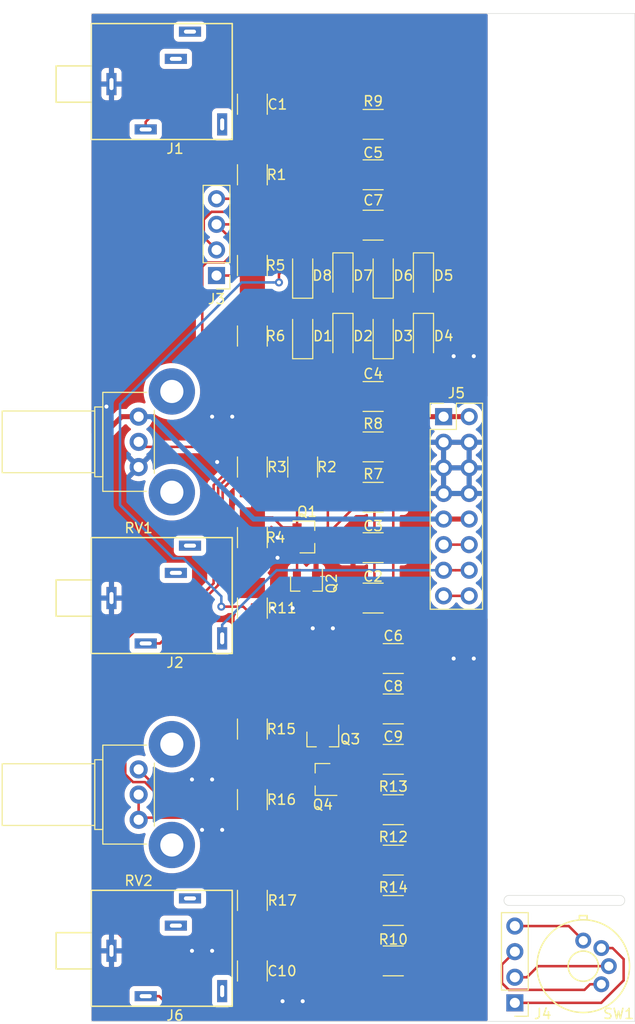
<source format=kicad_pcb>
(kicad_pcb (version 20241229) (generator "pcbnew") (generator_version "9.0")
  (layers (0 "F.Cu" signal) (2 "B.Cu" signal) (13 "F.Paste" user) (15 "B.Paste" user) (5 "F.SilkS" user "F.Silkscreen") (7 "B.SilkS" user "B.Silkscreen") (1 "F.Mask" user) (3 "B.Mask" user) (25 "Edge.Cuts" user))
  (net 0 "")
  (net 1 "Net-(C1-Pad1)")
  (net 2 "Net-(C1-Pad2)")
  (net 3 "Net-(C2-Pad1)")
  (net 4 "GND")
  (net 5 "Net-(C4-Pad1)")
  (net 6 "Net-(C4-Pad2)")
  (net 7 "Net-(C5-Pad1)")
  (net 8 "Net-(C5-Pad2)")
  (net 9 "Net-(C6-Pad1)")
  (net 10 "Net-(C7-Pad1)")
  (net 11 "Net-(C8-Pad1)")
  (net 12 "Net-(C10-Pad2)")
  (net 13 "Net-(C10-Pad1)")
  (net 14 "Net-(D1-Pad2)")
  (net 15 "Net-(D1-Pad1)")
  (net 16 "Net-(D3-Pad2)")
  (net 17 "Net-(D5-Pad2)")
  (net 18 "Net-(D7-Pad2)")
  (net 19 "Net-(D8-Pad2)")
  (net 20 "Net-(J1-Pad2)")
  (net 21 "Net-(J2-Pad2)")
  (net 22 "Net-(J2-Pad3)")
  (net 23 "Net-(J3-Pad1)")
  (net 24 "Net-(J3-Pad4)")
  (net 25 "Net-(J4-Pad4)")
  (net 26 "Net-(J4-Pad3)")
  (net 27 "Net-(J4-Pad2)")
  (net 28 "Net-(J4-Pad1)")
  (net 29 "Net-(J5-Pad15)")
  (net 30 "Net-(J5-Pad11)")
  (net 31 "Net-(J5-Pad10)")
  (net 32 "Net-(J5-Pad1)")
  (net 33 "Net-(J6-Pad2)")
  (net 34 "Net-(Q1-Pad2)")
  (net 35 "Net-(Q1-Pad1)")
  (net 36 "Net-(Q3-Pad2)")
  (net 37 "Net-(Q3-Pad3)")
  (net 38 "Net-(R3-Pad2)")
  (net 39 "Net-(R12-Pad2)")
  (net 40 "Net-(R16-Pad1)")
  (footprint "Capacitors_SMD:C_1210_HandSoldering" (layer "F.Cu") (at 16 9 90)
    (property "Reference" "C1")
    (property "Value" "10uF")
  )
  (footprint "Capacitors_SMD:C_1210_HandSoldering" (layer "F.Cu") (at 28 58 180)
    (property "Reference" "C2")
    (property "Value" "100uF")
  )
  (footprint "Capacitors_SMD:C_1210_HandSoldering" (layer "F.Cu") (at 28 53 180)
    (property "Reference" "C3")
    (property "Value" "100uF")
  )
  (footprint "Capacitors_SMD:C_1210_HandSoldering" (layer "F.Cu") (at 28 38)
    (property "Reference" "C4")
    (property "Value" "0.47uF")
  )
  (footprint "Capacitors_SMD:C_1210_HandSoldering" (layer "F.Cu") (at 28 16 180)
    (property "Reference" "C5")
    (property "Value" "0.47uF")
  )
  (footprint "Capacitors_SMD:C_1210_HandSoldering" (layer "F.Cu") (at 30 64)
    (property "Reference" "C6")
    (property "Value" "0.1uF")
  )
  (footprint "Capacitors_SMD:C_1210_HandSoldering" (layer "F.Cu") (at 30 69)
    (property "Reference" "C8")
    (property "Value" "100uF")
  )
  (footprint "Capacitors_SMD:C_1210_HandSoldering" (layer "F.Cu") (at 30 74)
    (property "Reference" "C9")
    (property "Value" "100uF")
  )
  (footprint "Capacitors_SMD:C_1210_HandSoldering" (layer "F.Cu") (at 16 95 90)
    (property "Reference" "C10")
    (property "Value" "10uF")
  )
  (footprint "Diodes_SMD:D_SOD-123" (layer "F.Cu") (at 21 32 90)
    (property "Reference" "D1")
    (property "Value" "1N4148W")
  )
  (footprint "Diodes_SMD:D_SOD-123" (layer "F.Cu") (at 25 32 -90)
    (property "Reference" "D2")
    (property "Value" "1N4148W")
  )
  (footprint "Diodes_SMD:D_SOD-123" (layer "F.Cu") (at 29 32 90)
    (property "Reference" "D3")
    (property "Value" "1N4148W")
  )
  (footprint "Diodes_SMD:D_SOD-123" (layer "F.Cu") (at 33 32 -90)
    (property "Reference" "D4")
    (property "Value" "1N4148W")
  )
  (footprint "Diodes_SMD:D_SOD-123" (layer "F.Cu") (at 33 26 -90)
    (property "Reference" "D5")
    (property "Value" "1N4148W")
  )
  (footprint "Diodes_SMD:D_SOD-123" (layer "F.Cu") (at 29 26 90)
    (property "Reference" "D6")
    (property "Value" "1N4148W")
  )
  (footprint "Diodes_SMD:D_SOD-123" (layer "F.Cu") (at 25 26 -90)
    (property "Reference" "D7")
    (property "Value" "1N4148W")
  )
  (footprint "Diodes_SMD:D_SOD-123" (layer "F.Cu") (at 21 26 90)
    (property "Reference" "D8")
    (property "Value" "1N4148W")
  )
  (footprint "Custom_Library:Mono_Jack_3.5mm_Switch_Switchcraft_35RAPC2AH3" (layer "F.Cu") (at 0 7)
    (property "Reference" "J1")
    (property "Value" "AudioJack1_Switch")
  )
  (footprint "Custom_Library:Mono_Jack_3.5mm_Switch_Switchcraft_35RAPC2AH3" (layer "F.Cu") (at 0 58)
    (property "Reference" "J2")
    (property "Value" "AudioJack1_Switch")
  )
  (footprint "Pin_Headers:Pin_Header_Straight_1x04_Pitch2.54mm" (layer "F.Cu") (at 12.44 26 180)
    (property "Reference" "J3")
    (property "Value" "Conn_01x04")
  )
  (footprint "Pin_Headers:Pin_Header_Straight_1x04_Pitch2.54mm" (layer "F.Cu") (at 42.08018 98.16338 180)
    (property "Reference" "J4")
    (property "Value" "Conn_01x04")
  )
  (footprint "Pin_Headers:Pin_Header_Straight_2x08_Pitch2.54mm" (layer "F.Cu") (at 35 40)
    (property "Reference" "J5")
    (property "Value" "Conn_02x08_Odd_Even")
  )
  (footprint "Custom_Library:Mono_Jack_3.5mm_Switch_Switchcraft_35RAPC2AH3" (layer "F.Cu") (at 0 93)
    (property "Reference" "J6")
    (property "Value" "AudioJack1_Switch")
  )
  (footprint "TO_SOT_Packages_SMD:SOT-23" (layer "F.Cu") (at 21.44014 51.93538)
    (property "Reference" "Q1")
    (property "Value" "BC818")
  )
  (footprint "TO_SOT_Packages_SMD:SOT-23" (layer "F.Cu") (at 21.37664 56.5531 -90)
    (property "Reference" "Q2")
    (property "Value" "BC818")
  )
  (footprint "TO_SOT_Packages_SMD:SOT-23" (layer "F.Cu") (at 23 72 -90)
    (property "Reference" "Q3")
    (property "Value" "BC818")
  )
  (footprint "TO_SOT_Packages_SMD:SOT-23" (layer "F.Cu") (at 23 76 180)
    (property "Reference" "Q4")
    (property "Value" "BC818")
  )
  (footprint "Resistors_SMD:R_1210_HandSoldering" (layer "F.Cu") (at 21 45 90)
    (property "Reference" "R2")
    (property "Value" "47K")
  )
  (footprint "Resistors_SMD:R_1210_HandSoldering" (layer "F.Cu") (at 16 45 90)
    (property "Reference" "R3")
    (property "Value" "47K")
  )
  (footprint "Resistors_SMD:R_1210_HandSoldering" (layer "F.Cu") (at 16 52 -90)
    (property "Reference" "R4")
    (property "Value" "1K")
  )
  (footprint "Resistors_SMD:R_1210_HandSoldering" (layer "F.Cu") (at 16 25 -90)
    (property "Reference" "R5")
    (property "Value" "1K")
  )
  (footprint "Resistors_SMD:R_1210_HandSoldering" (layer "F.Cu") (at 16 32 -90)
    (property "Reference" "R6")
    (property "Value" "2K")
  )
  (footprint "Resistors_SMD:R_1210_HandSoldering" (layer "F.Cu") (at 28 48)
    (property "Reference" "R7")
    (property "Value" "5.6K")
  )
  (footprint "Resistors_SMD:R_1210_HandSoldering" (layer "F.Cu") (at 28 43)
    (property "Reference" "R8")
    (property "Value" "82")
  )
  (footprint "Resistors_SMD:R_1210_HandSoldering" (layer "F.Cu") (at 28 11)
    (property "Reference" "R9")
    (property "Value" "1K")
  )
  (footprint "Resistors_SMD:R_1210_HandSoldering" (layer "F.Cu") (at 30 94 180)
    (property "Reference" "R10")
    (property "Value" "360")
  )
  (footprint "Resistors_SMD:R_1210_HandSoldering" (layer "F.Cu") (at 16 59 -90)
    (property "Reference" "R11")
    (property "Value" "2K")
  )
  (footprint "Resistors_SMD:R_1210_HandSoldering" (layer "F.Cu") (at 30 84)
    (property "Reference" "R12")
    (property "Value" "82K")
  )
  (footprint "Resistors_SMD:R_1210_HandSoldering" (layer "F.Cu") (at 30 79)
    (property "Reference" "R13")
    (property "Value" "1K")
  )
  (footprint "Resistors_SMD:R_1210_HandSoldering" (layer "F.Cu") (at 30 89)
    (property "Reference" "R14")
    (property "Value" "3.3M")
  )
  (footprint "Resistors_SMD:R_1210_HandSoldering" (layer "F.Cu") (at 16 71 90)
    (property "Reference" "R15")
    (property "Value" "2K")
  )
  (footprint "Resistors_SMD:R_1210_HandSoldering" (layer "F.Cu") (at 16 78 90)
    (property "Reference" "R16")
    (property "Value" "1.8K")
  )
  (footprint "Resistors_SMD:R_1210_HandSoldering" (layer "F.Cu") (at 16 88 90)
    (property "Reference" "R17")
    (property "Value" "1K")
  )
  (footprint "Potentiometers:Potentiometer_Bourns_PTV09A-2_Vertical" (layer "F.Cu") (at 4.7 40 180)
    (property "Reference" "RV1")
    (property "Value" "1K")
  )
  (footprint "Potentiometers:Potentiometer_Bourns_PTV09A-2_Vertical" (layer "F.Cu") (at 4.7 75 180)
    (property "Reference" "RV2")
    (property "Value" "1K")
  )
  (footprint "Custom_Library:MR-13-A4" (layer "F.Cu") (at 48.87722 94.52356)
    (property "Reference" "SW1")
    (property "Value" "MR-13-A4")
  )
  (footprint "Resistors_SMD:R_1210_HandSoldering" (layer "F.Cu") (at 16 16 90)
    (property "Reference" "R1")
    (property "Value" "47K")
  )
  (footprint "Capacitors_SMD:C_1210_HandSoldering" (layer "F.Cu") (at 28 21 180)
    (property "Reference" "C7")
    (property "Value" "0.47uF")
  )
  (gr_line (start 0 100) (end 54 100) (stroke (width 0.05)) (layer "Edge.Cuts"))
  (gr_line (start 41.5 88.5) (end 52.5 88.5) (stroke (width 0.05)) (layer "Edge.Cuts"))
  (gr_line (start 0 0) (end 54 0) (stroke (width 0.05)) (layer "Edge.Cuts"))
  (gr_line (start 54 0) (end 54 100) (stroke (width 0.05)) (layer "Edge.Cuts"))
  (gr_line (start 0 0) (end 0 100) (stroke (width 0.05)) (layer "Edge.Cuts"))
  (gr_arc (start 52.504363 87.500019) (mid 52.999995 88.002182) (end 52.5 88.5) (stroke (width 0.05)) (layer "Edge.Cuts"))
  (gr_line (start 52.5 87.5) (end 41.5 87.5) (stroke (width 0.05)) (layer "Edge.Cuts"))
  (gr_arc (start 41.5 88.5) (mid 41 88) (end 41.5 87.5) (stroke (width 0.05)) (layer "Edge.Cuts"))
  (segment (start 16 14) (end 16 11) (width 0.25) (layer "F.Cu") (net 1))
  (segment (start 5.4 10.75) (end 9.15 7) (width 0.25) (layer "F.Cu") (net 2))
  (segment (start 5.4 11.5) (end 5.4 10.75) (width 0.25) (layer "F.Cu") (net 2))
  (segment (start 9.15 7) (end 14.5 7) (width 0.25) (layer "F.Cu") (net 2))
  (segment (start 14.5 7) (end 16 7) (width 0.25) (layer "F.Cu") (net 2))
  (segment (start 30 53) (end 30 58) (width 0.25) (layer "F.Cu") (net 3))
  (segment (start 30 43) (end 30 48) (width 0.25) (layer "F.Cu") (net 3))
  (segment (start 30 48) (end 30 53) (width 0.25) (layer "F.Cu") (net 3))
  (via (at 19 98) (size 0.8) (drill 0.4) (layers "F.Cu" "B.Cu") (net 4))
  (via (at 1.5 39) (size 0.8) (drill 0.4) (layers "F.Cu" "B.Cu") (net 4))
  (via (at 11 81) (size 0.8) (drill 0.4) (layers "F.Cu" "B.Cu") (net 4))
  (via (at 10 93) (size 0.8) (drill 0.4) (layers "F.Cu" "B.Cu") (net 4))
  (via (at 12 40) (size 0.8) (drill 0.4) (layers "F.Cu" "B.Cu") (net 4))
  (via (at 24 61) (size 0.8) (drill 0.4) (layers "F.Cu" "B.Cu") (net 4))
  (via (at 18 59) (size 0.8) (drill 0.4) (layers "F.Cu" "B.Cu") (net 4))
  (via (at 18.5 52) (size 0.8) (drill 0.4) (layers "F.Cu" "B.Cu") (net 4))
  (via (at 38 64) (size 0.8) (drill 0.4) (layers "F.Cu" "B.Cu") (net 4))
  (via (at 36 34) (size 0.8) (drill 0.4) (layers "F.Cu" "B.Cu") (net 4))
  (via (at 22 61) (size 0.8) (drill 0.4) (layers "F.Cu" "B.Cu") (net 4))
  (via (at 36 64) (size 0.8) (drill 0.4) (layers "F.Cu" "B.Cu") (net 4))
  (via (at 21 98) (size 0.8) (drill 0.4) (layers "F.Cu" "B.Cu") (net 4))
  (via (at 10 76) (size 0.8) (drill 0.4) (layers "F.Cu" "B.Cu") (net 4))
  (via (at 14 40) (size 0.8) (drill 0.4) (layers "F.Cu" "B.Cu") (net 4))
  (via (at 18.5 54) (size 0.8) (drill 0.4) (layers "F.Cu" "B.Cu") (net 4))
  (via (at 13 81) (size 0.8) (drill 0.4) (layers "F.Cu" "B.Cu") (net 4))
  (via (at 12 76) (size 0.8) (drill 0.4) (layers "F.Cu" "B.Cu") (net 4))
  (via (at 12.5 44.5) (size 0.8) (drill 0.4) (layers "F.Cu" "B.Cu") (net 4))
  (via (at 12 93) (size 0.8) (drill 0.4) (layers "F.Cu" "B.Cu") (net 4))
  (via (at 20 59) (size 0.8) (drill 0.4) (layers "F.Cu" "B.Cu") (net 4))
  (via (at 38 34) (size 0.8) (drill 0.4) (layers "F.Cu" "B.Cu") (net 4))
  (segment (start 25 33.65) (end 25 37) (width 0.25) (layer "F.Cu") (net 5))
  (segment (start 25 33.65) (end 25.85 33.65) (width 0.25) (layer "F.Cu") (net 5))
  (segment (start 25.85 33.65) (end 29 33.65) (width 0.25) (layer "F.Cu") (net 5))
  (segment (start 25 37) (end 26 38) (width 0.25) (layer "F.Cu") (net 5))
  (segment (start 27.071321 30.973891) (end 28.177199 32.079769) (width 0.25) (layer "F.Cu") (net 6))
  (segment (start 13.82014 24.08428) (end 13.82014 22.30014) (width 0.25) (layer "F.Cu") (net 6))
  (segment (start 25.92 20.92) (end 26 21) (width 0.25) (layer "F.Cu") (net 6))
  (segment (start 11.4427 24.70912) (end 13.1953 24.70912) (width 0.25) (layer "F.Cu") (net 6))
  (segment (start 30.861 35.64128) (end 30.85872 35.64128) (width 0.25) (layer "F.Cu") (net 6))
  (segment (start 12.44 20.92) (end 25.92 20.92) (width 0.25) (layer "F.Cu") (net 6))
  (segment (start 23.141942 22.608058) (end 23.141942 25.031702) (width 0.25) (layer "F.Cu") (net 6))
  (segment (start 16 86) (end 17.5 86) (width 0.25) (layer "F.Cu") (net 6))
  (segment (start 24.292129 26.181889) (end 26.5008 26.181889) (width 0.25) (layer "F.Cu") (net 6))
  (segment (start 3.37312 75.486122) (end 3.37312 62.22492) (width 0.25) (layer "F.Cu") (net 6))
  (segment (start 19.21807 78.50167) (end 7.56467 78.50167) (width 0.25) (layer "F.Cu") (net 6))
  (segment (start 7.44728 61.23686) (end 12.150498 56.533642) (width 0.25) (layer "F.Cu") (net 6))
  (segment (start 3.37312 62.22492) (end 4.36118 61.23686) (width 0.25) (layer "F.Cu") (net 6))
  (segment (start 30.34636 32.079769) (end 30.93466 32.668069) (width 0.25) (layer "F.Cu") (net 6))
  (segment (start 30.93466 32.668069) (end 30.93466 35.56762) (width 0.25) (layer "F.Cu") (net 6))
  (segment (start 20.14833 83.35167) (end 20.14833 79.43193) (width 0.25) (layer "F.Cu") (net 6))
  (segment (start 11.0236 25.12822) (end 11.4427 24.70912) (width 0.25) (layer "F.Cu") (net 6))
  (segment (start 7.56467 78.50167) (end 5.32142 76.25842) (width 0.25) (layer "F.Cu") (net 6))
  (segment (start 4.145418 76.25842) (end 3.37312 75.486122) (width 0.25) (layer "F.Cu") (net 6))
  (segment (start 23.141942 25.031702) (end 24.292129 26.181889) (width 0.25) (layer "F.Cu") (net 6))
  (segment (start 20.14833 79.43193) (end 19.21807 78.50167) (width 0.25) (layer "F.Cu") (net 6))
  (segment (start 12.150498 46.79641) (end 14.41098 44.535928) (width 0.25) (layer "F.Cu") (net 6))
  (segment (start 17.327662 44.535928) (end 18.01622 43.84737) (width 0.25) (layer "F.Cu") (net 6))
  (segment (start 14.41098 44.535928) (end 17.327662 44.535928) (width 0.25) (layer "F.Cu") (net 6))
  (segment (start 18.01622 43.84737) (end 18.01622 41.5544) (width 0.25) (layer "F.Cu") (net 6))
  (segment (start 4.36118 61.23686) (end 7.44728 61.23686) (width 0.25) (layer "F.Cu") (net 6))
  (segment (start 13.82014 22.30014) (end 13.289999 21.769999) (width 0.25) (layer "F.Cu") (net 6))
  (segment (start 12.150498 56.533642) (end 12.150498 46.79641) (width 0.25) (layer "F.Cu") (net 6))
  (segment (start 13.289999 21.769999) (end 12.44 20.92) (width 0.25) (layer "F.Cu") (net 6))
  (segment (start 26.5008 26.181889) (end 27.071321 26.75241) (width 0.25) (layer "F.Cu") (net 6))
  (segment (start 24.75 21) (end 23.141942 22.608058) (width 0.25) (layer "F.Cu") (net 6))
  (segment (start 30.85872 35.64128) (end 30 36.5) (width 0.25) (layer "F.Cu") (net 6))
  (segment (start 5.32142 76.25842) (end 4.145418 76.25842) (width 0.25) (layer "F.Cu") (net 6))
  (segment (start 27.071321 26.75241) (end 27.071321 30.973891) (width 0.25) (layer "F.Cu") (net 6))
  (segment (start 13.1953 24.70912) (end 13.82014 24.08428) (width 0.25) (layer "F.Cu") (net 6))
  (segment (start 26 21) (end 24.75 21) (width 0.25) (layer "F.Cu") (net 6))
  (segment (start 30 36.5) (end 30 38) (width 0.25) (layer "F.Cu") (net 6))
  (segment (start 18.01622 41.5544) (end 11.0236 34.56178) (width 0.25) (layer "F.Cu") (net 6))
  (segment (start 28.177199 32.079769) (end 30.34636 32.079769) (width 0.25) (layer "F.Cu") (net 6))
  (segment (start 17.5 86) (end 20.14833 83.35167) (width 0.25) (layer "F.Cu") (net 6))
  (segment (start 30.93466 35.56762) (end 30.861 35.64128) (width 0.25) (layer "F.Cu") (net 6))
  (segment (start 11.0236 34.56178) (end 11.0236 25.12822) (width 0.25) (layer "F.Cu") (net 6))
  (segment (start 33.88114 33.65) (end 39.13378 38.90264) (width 0.25) (layer "F.Cu") (net 7))
  (segment (start 39.13378 38.90264) (end 39.13378 59.11596) (width 0.25) (layer "F.Cu") (net 7))
  (segment (start 33.85 24.35) (end 34.30016 24.80016) (width 0.25) (layer "F.Cu") (net 7))
  (segment (start 33 24.35) (end 33.85 24.35) (width 0.25) (layer "F.Cu") (net 7))
  (segment (start 39.13378 59.11596) (end 34.24974 64) (width 0.25) (layer "F.Cu") (net 7))
  (segment (start 33.87336 33.65) (end 33.85 33.65) (width 0.25) (layer "F.Cu") (net 7))
  (segment (start 32.98698 23.63698) (end 32.98698 17.73698) (width 0.25) (layer "F.Cu") (net 7))
  (segment (start 33.85 33.65) (end 33.88114 33.65) (width 0.25) (layer "F.Cu") (net 7))
  (segment (start 33 24.35) (end 33 23.65) (width 0.25) (layer "F.Cu") (net 7))
  (segment (start 33 23.65) (end 32.98698 23.63698) (width 0.25) (layer "F.Cu") (net 7))
  (segment (start 33.85 33.65) (end 33 33.65) (width 0.25) (layer "F.Cu") (net 7))
  (segment (start 34.30016 24.80016) (end 34.30016 33.2232) (width 0.25) (layer "F.Cu") (net 7))
  (segment (start 34.30016 33.2232) (end 33.87336 33.65) (width 0.25) (layer "F.Cu") (net 7))
  (segment (start 32.98698 17.73698) (end 31.25 16) (width 0.25) (layer "F.Cu") (net 7))
  (segment (start 31.25 16) (end 30 16) (width 0.25) (layer "F.Cu") (net 7))
  (segment (start 34.24974 64) (end 32 64) (width 0.25) (layer "F.Cu") (net 7))
  (segment (start 19.40306 19.67738) (end 23.08044 16) (width 0.25) (layer "F.Cu") (net 8))
  (segment (start 26 12.5) (end 26 16) (width 0.25) (layer "F.Cu") (net 8))
  (segment (start 11.17092 20.450078) (end 11.943618 19.67738) (width 0.25) (layer "F.Cu") (net 8))
  (segment (start 11.17092 22.19092) (end 11.17092 20.450078) (width 0.25) (layer "F.Cu") (net 8))
  (segment (start 26 11) (end 26 12.5) (width 0.25) (layer "F.Cu") (net 8))
  (segment (start 11.943618 19.67738) (end 19.40306 19.67738) (width 0.25) (layer "F.Cu") (net 8))
  (segment (start 23.08044 16) (end 26 16) (width 0.25) (layer "F.Cu") (net 8))
  (segment (start 12.44 23.46) (end 11.17092 22.19092) (width 0.25) (layer "F.Cu") (net 8))
  (segment (start 23.95 71.7) (end 25.5143 73.2643) (width 0.25) (layer "F.Cu") (net 9))
  (segment (start 28 64) (end 26.75 64) (width 0.25) (layer "F.Cu") (net 9))
  (segment (start 25.5143 73.2643) (end 25.5143 87.7643) (width 0.25) (layer "F.Cu") (net 9))
  (segment (start 26.75 89) (end 28 89) (width 0.25) (layer "F.Cu") (net 9))
  (segment (start 26.75 64) (end 23.95 66.8) (width 0.25) (layer "F.Cu") (net 9))
  (segment (start 23.95 66.8) (end 23.95 70.3) (width 0.25) (layer "F.Cu") (net 9))
  (segment (start 23.95 70.3) (end 23.95 71) (width 0.25) (layer "F.Cu") (net 9))
  (segment (start 23.95 71) (end 23.95 71.7) (width 0.25) (layer "F.Cu") (net 9))
  (segment (start 25.5143 87.7643) (end 26.75 89) (width 0.25) (layer "F.Cu") (net 9))
  (segment (start 30 21) (end 30 24.2) (width 0.25) (layer "F.Cu") (net 10))
  (segment (start 29 24.35) (end 25 24.35) (width 0.25) (layer "F.Cu") (net 10))
  (segment (start 30 24.2) (end 29.85 24.35) (width 0.25) (layer "F.Cu") (net 10))
  (segment (start 29.85 24.35) (end 29 24.35) (width 0.25) (layer "F.Cu") (net 10))
  (segment (start 25.21204 45.40504) (end 27.00528 45.40504) (width 0.25) (layer "F.Cu") (net 11))
  (segment (start 26.62131 26.93881) (end 26.62131 31.16029) (width 0.25) (layer "F.Cu") (net 11))
  (segment (start 24.7 75.05) (end 25.06429 75.41429) (width 0.25) (layer "F.Cu") (net 11))
  (segment (start 29.99232 87.49232) (end 29.99232 93.25768) (width 0.25) (layer "F.Cu") (net 11))
  (segment (start 28 84) (end 28 85.5) (width 0.25) (layer "F.Cu") (net 11))
  (segment (start 16 23) (end 22.10084 23) (width 0.25) (layer "F.Cu") (net 11))
  (segment (start 28 82.5) (end 26.2001 80.7001) (width 0.25) (layer "F.Cu") (net 11))
  (segment (start 28.03144 37.133558) (end 28.03144 39.31666) (width 0.25) (layer "F.Cu") (net 11))
  (segment (start 28.03144 39.31666) (end 27.53614 39.81196) (width 0.25) (layer "F.Cu") (net 11))
  (segment (start 24 75.05) (end 24.7 75.05) (width 0.25) (layer "F.Cu") (net 11))
  (segment (start 26.2001 77.6351) (end 28 75.8352) (width 0.25) (layer "F.Cu") (net 11))
  (segment (start 28.12796 61.18098) (end 29.94914 63.00216) (width 0.25) (layer "F.Cu") (net 11))
  (segment (start 26.173038 39.81196) (end 23.94966 42.035338) (width 0.25) (layer "F.Cu") (net 11))
  (segment (start 30.48 34.684998) (end 28.03144 37.133558) (width 0.25) (layer "F.Cu") (net 11))
  (segment (start 29.94914 68.30086) (end 29.25 69) (width 0.25) (layer "F.Cu") (net 11))
  (segment (start 29.25 69) (end 28 69) (width 0.25) (layer "F.Cu") (net 11))
  (segment (start 25.06429 92.31429) (end 26.75 94) (width 0.25) (layer "F.Cu") (net 11))
  (segment (start 30.48 32.84982) (end 30.48 34.684998) (width 0.25) (layer "F.Cu") (net 11))
  (segment (start 29.25 94) (end 28 94) (width 0.25) (layer "F.Cu") (net 11))
  (segment (start 25.06429 75.41429) (end 25.06429 92.31429) (width 0.25) (layer "F.Cu") (net 11))
  (segment (start 23.94966 42.035338) (end 23.94966 44.14266) (width 0.25) (layer "F.Cu") (net 11))
  (segment (start 28 70.5) (end 28 74) (width 0.25) (layer "F.Cu") (net 11))
  (segment (start 27.9908 32.52978) (end 30.15996 32.52978) (width 0.25) (layer "F.Cu") (net 11))
  (segment (start 26.3144 26.6319) (end 26.62131 26.93881) (width 0.25) (layer "F.Cu") (net 11))
  (segment (start 28.12796 46.52772) (end 28.12796 61.18098) (width 0.25) (layer "F.Cu") (net 11))
  (segment (start 28 75.8352) (end 28 74) (width 0.25) (layer "F.Cu") (net 11))
  (segment (start 26.75 94) (end 28 94) (width 0.25) (layer "F.Cu") (net 11))
  (segment (start 24.10573 26.6319) (end 26.3144 26.6319) (width 0.25) (layer "F.Cu") (net 11))
  (segment (start 26.62131 31.16029) (end 27.9908 32.52978) (width 0.25) (layer "F.Cu") (net 11))
  (segment (start 28 69) (end 28 70.5) (width 0.25) (layer "F.Cu") (net 11))
  (segment (start 26.2001 80.7001) (end 26.2001 77.6351) (width 0.25) (layer "F.Cu") (net 11))
  (segment (start 29.94914 63.00216) (end 29.94914 68.30086) (width 0.25) (layer "F.Cu") (net 11))
  (segment (start 28 84) (end 28 82.5) (width 0.25) (layer "F.Cu") (net 11))
  (segment (start 22.10084 23) (end 22.691931 23.591091) (width 0.25) (layer "F.Cu") (net 11))
  (segment (start 22.691931 25.218101) (end 24.10573 26.6319) (width 0.25) (layer "F.Cu") (net 11))
  (segment (start 27.00528 45.40504) (end 28.12796 46.52772) (width 0.25) (layer "F.Cu") (net 11))
  (segment (start 27.53614 39.81196) (end 26.173038 39.81196) (width 0.25) (layer "F.Cu") (net 11))
  (segment (start 28 85.5) (end 29.99232 87.49232) (width 0.25) (layer "F.Cu") (net 11))
  (segment (start 22.691931 23.591091) (end 22.691931 25.218101) (width 0.25) (layer "F.Cu") (net 11))
  (segment (start 23.94966 44.14266) (end 25.21204 45.40504) (width 0.25) (layer "F.Cu") (net 11))
  (segment (start 29.99232 93.25768) (end 29.25 94) (width 0.25) (layer "F.Cu") (net 11))
  (segment (start 30.15996 32.52978) (end 30.48 32.84982) (width 0.25) (layer "F.Cu") (net 11))
  (segment (start 17.5 90) (end 22 85.5) (width 0.25) (layer "F.Cu") (net 12))
  (segment (start 4.7 75) (end 7.74404 78.04404) (width 0.25) (layer "F.Cu") (net 12))
  (segment (start 21.99812 76.00188) (end 22 76) (width 0.25) (layer "F.Cu") (net 12))
  (segment (start 16 90) (end 16 91.25) (width 0.25) (layer "F.Cu") (net 12))
  (segment (start 22 76.65) (end 22 76) (width 0.25) (layer "F.Cu") (net 12))
  (segment (start 16 90) (end 17.5 90) (width 0.25) (layer "F.Cu") (net 12))
  (segment (start 16 91.25) (end 16 93) (width 0.25) (layer "F.Cu") (net 12))
  (segment (start 21.26742 76.00188) (end 21.99812 76.00188) (width 0.25) (layer "F.Cu") (net 12))
  (segment (start 22 85.5) (end 22 76.65) (width 0.25) (layer "F.Cu") (net 12))
  (segment (start 19.22526 78.04404) (end 21.26742 76.00188) (width 0.25) (layer "F.Cu") (net 12))
  (segment (start 7.74404 78.04404) (end 19.22526 78.04404) (width 0.25) (layer "F.Cu") (net 12))
  (segment (start 5.4 97.5) (end 6.75 97.5) (width 0.25) (layer "F.Cu") (net 13))
  (segment (start 8.21856 98.96856) (end 15.28144 98.96856) (width 0.25) (layer "F.Cu") (net 13))
  (segment (start 6.75 97.5) (end 8.21856 98.96856) (width 0.25) (layer "F.Cu") (net 13))
  (segment (start 16 98.25) (end 16 97) (width 0.25) (layer "F.Cu") (net 13))
  (segment (start 15.28144 98.96856) (end 16 98.25) (width 0.25) (layer "F.Cu") (net 13))
  (segment (start 21 30.35) (end 25 30.35) (width 0.25) (layer "F.Cu") (net 14))
  (segment (start 22.49014 51.93538) (end 22.44014 51.93538) (width 0.25) (layer "F.Cu") (net 15))
  (segment (start 23.50008 35.30008) (end 23.50008 41.848507) (width 0.25) (layer "F.Cu") (net 15))
  (segment (start 16.35 33.65) (end 16 34) (width 0.25) (layer "F.Cu") (net 15))
  (segment (start 23.50008 44.329491) (end 23.50008 50.92544) (width 0.25) (layer "F.Cu") (net 15))
  (segment (start 23.499649 44.32906) (end 23.50008 44.329491) (width 0.25) (layer "F.Cu") (net 15))
  (segment (start 23.50008 41.848507) (end 23.499649 41.848938) (width 0.25) (layer "F.Cu") (net 15))
  (segment (start 21 33.65) (end 16.35 33.65) (width 0.25) (layer "F.Cu") (net 15))
  (segment (start 23.50008 50.92544) (end 22.49014 51.93538) (width 0.25) (layer "F.Cu") (net 15))
  (segment (start 21 33.65) (end 21.85 33.65) (width 0.25) (layer "F.Cu") (net 15))
  (segment (start 21.85 33.65) (end 23.50008 35.30008) (width 0.25) (layer "F.Cu") (net 15))
  (segment (start 23.499649 41.848938) (end 23.499649 44.32906) (width 0.25) (layer "F.Cu") (net 15))
  (segment (start 29 30.35) (end 29.85 30.35) (width 0.25) (layer "F.Cu") (net 16))
  (segment (start 29.85 30.35) (end 33 30.35) (width 0.25) (layer "F.Cu") (net 16))
  (segment (start 29 27.65) (end 33 27.65) (width 0.25) (layer "F.Cu") (net 17))
  (segment (start 21.85 27.65) (end 25 27.65) (width 0.25) (layer "F.Cu") (net 18))
  (segment (start 21 27.65) (end 21.85 27.65) (width 0.25) (layer "F.Cu") (net 18))
  (segment (start 20.15 24.35) (end 18.64106 25.85894) (width 0.25) (layer "F.Cu") (net 19))
  (segment (start 21.37664 57.5531) (end 21.37664 59.25312) (width 0.25) (layer "F.Cu") (net 19))
  (segment (start 18.64106 25.85894) (end 18.64106 26.68016) (width 0.25) (layer "F.Cu") (net 19))
  (segment (start 12.9159 58.8518) (end 15.1018 58.8518) (width 0.25) (layer "F.Cu") (net 19))
  (segment (start 21 24.35) (end 20.15 24.35) (width 0.25) (layer "F.Cu") (net 19))
  (segment (start 15.1018 58.8518) (end 16 59.75) (width 0.25) (layer "F.Cu") (net 19))
  (segment (start 16 59.75) (end 16 61) (width 0.25) (layer "F.Cu") (net 19))
  (segment (start 19.62976 61) (end 16 61) (width 0.25) (layer "F.Cu") (net 19))
  (segment (start 21.37664 59.25312) (end 19.62976 61) (width 0.25) (layer "F.Cu") (net 19))
  (via (at 12.9159 58.8518) (size 0.8) (drill 0.4) (layers "F.Cu" "B.Cu") (net 19))
  (via (at 18.64106 26.68016) (size 0.8) (drill 0.4) (layers "F.Cu" "B.Cu") (net 19))
  (segment (start 8.13308 54.04866) (end 2.84988 48.76546) (width 0.25) (layer "B.Cu") (net 19))
  (segment (start 14.934838 26.68016) (end 18.075375 26.68016) (width 0.25) (layer "B.Cu") (net 19))
  (segment (start 2.84988 48.76546) (end 2.84988 38.765118) (width 0.25) (layer "B.Cu") (net 19))
  (segment (start 18.075375 26.68016) (end 18.64106 26.68016) (width 0.25) (layer "B.Cu") (net 19))
  (segment (start 12.9159 57.830898) (end 9.133662 54.04866) (width 0.25) (layer "B.Cu") (net 19))
  (segment (start 9.133662 54.04866) (end 8.13308 54.04866) (width 0.25) (layer "B.Cu") (net 19))
  (segment (start 2.84988 38.765118) (end 14.934838 26.68016) (width 0.25) (layer "B.Cu") (net 19))
  (segment (start 12.9159 58.8518) (end 12.9159 57.830898) (width 0.25) (layer "B.Cu") (net 19))
  (segment (start 35 55.24) (end 36.202081 55.24) (width 0.25) (layer "F.Cu") (net 21))
  (segment (start 36.202081 55.24) (end 37.54 55.24) (width 0.25) (layer "F.Cu") (net 21))
  (segment (start 13 60.65) (end 18.41 55.24) (width 0.25) (layer "B.Cu") (net 21))
  (segment (start 13 62) (end 13 60.65) (width 0.25) (layer "B.Cu") (net 21))
  (segment (start 18.41 55.24) (end 35 55.24) (width 0.25) (layer "B.Cu") (net 21))
  (segment (start 20.264061 44.985939) (end 14.59738 44.985939) (width 0.25) (layer "F.Cu") (net 22))
  (segment (start 14.59738 44.985939) (end 12.600509 46.98281) (width 0.25) (layer "F.Cu") (net 22))
  (segment (start 21 44.25) (end 20.264061 44.985939) (width 0.25) (layer "F.Cu") (net 22))
  (segment (start 12.600509 56.720042) (end 6.820551 62.5) (width 0.25) (layer "F.Cu") (net 22))
  (segment (start 6.820551 62.5) (end 6.75 62.5) (width 0.25) (layer "F.Cu") (net 22))
  (segment (start 6.75 62.5) (end 5.4 62.5) (width 0.25) (layer "F.Cu") (net 22))
  (segment (start 12.600509 46.98281) (end 12.600509 56.720042) (width 0.25) (layer "F.Cu") (net 22))
  (segment (start 21 43) (end 21 44.25) (width 0.25) (layer "F.Cu") (net 22))
  (segment (start 23.04796 44.20362) (end 23.04796 36.96208) (width 0.25) (layer "F.Cu") (net 23))
  (segment (start 16 28.25) (end 16 30) (width 0.25) (layer "F.Cu") (net 23))
  (segment (start 23.04796 36.96208) (end 22.0726 35.98672) (width 0.25) (layer "F.Cu") (net 23))
  (segment (start 16 57) (end 14.5 57) (width 0.25) (layer "F.Cu") (net 23))
  (segment (start 15 26) (end 16 27) (width 0.25) (layer "F.Cu") (net 23))
  (segment (start 16 27) (end 16 28.25) (width 0.25) (layer "F.Cu") (net 23))
  (segment (start 13.05052 55.55052) (end 13.05052 47.16921) (width 0.25) (layer "F.Cu") (net 23))
  (segment (start 14.5 57) (end 13.05052 55.55052) (width 0.25) (layer "F.Cu") (net 23))
  (segment (start 14.78378 45.43595) (end 21.81563 45.43595) (width 0.25) (layer "F.Cu") (net 23))
  (segment (start 13.97762 35.28822) (end 13.97762 30.52238) (width 0.25) (layer "F.Cu") (net 23))
  (segment (start 13.05052 47.16921) (end 14.78378 45.43595) (width 0.25) (layer "F.Cu") (net 23))
  (segment (start 14.5 30) (end 16 30) (width 0.25) (layer "F.Cu") (net 23))
  (segment (start 14.67612 35.98672) (end 13.97762 35.28822) (width 0.25) (layer "F.Cu") (net 23))
  (segment (start 13.97762 30.52238) (end 14.5 30) (width 0.25) (layer "F.Cu") (net 23))
  (segment (start 12.44 26) (end 15 26) (width 0.25) (layer "F.Cu") (net 23))
  (segment (start 22.0726 35.98672) (end 14.67612 35.98672) (width 0.25) (layer "F.Cu") (net 23))
  (segment (start 21.81563 45.43595) (end 23.04796 44.20362) (width 0.25) (layer "F.Cu") (net 23))
  (segment (start 12.44 18.38) (end 15.62 18.38) (width 0.25) (layer "F.Cu") (net 24))
  (segment (start 15.62 18.38) (end 16 18) (width 0.25) (layer "F.Cu") (net 24))
  (segment (start 42.08018 90.54338) (end 47.43704 90.54338) (width 0.25) (layer "F.Cu") (net 25))
  (segment (start 47.43704 90.54338) (end 48.87722 91.98356) (width 0.25) (layer "F.Cu") (net 25))
  (segment (start 40.80256 96.19996) (end 41.4782 96.8756) (width 0.25) (layer "F.Cu") (net 26))
  (segment (start 41.4782 96.8756) (end 49.000152 96.8756) (width 0.25) (layer "F.Cu") (net 26))
  (segment (start 42.08018 93.08338) (end 40.80256 94.361) (width 0.25) (layer "F.Cu") (net 26))
  (segment (start 49.000152 96.8756) (end 49.556092 96.31966) (width 0.25) (layer "F.Cu") (net 26))
  (segment (start 49.556092 96.31966) (end 50.67332 96.31966) (width 0.25) (layer "F.Cu") (net 26))
  (segment (start 40.80256 94.361) (end 40.80256 96.19996) (width 0.25) (layer "F.Cu") (net 26))
  (segment (start 50.299992 94.52356) (end 51.41722 94.52356) (width 0.25) (layer "F.Cu") (net 27))
  (segment (start 43.282261 95.62338) (end 44.382081 94.52356) (width 0.25) (layer "F.Cu") (net 27))
  (segment (start 44.382081 94.52356) (end 50.299992 94.52356) (width 0.25) (layer "F.Cu") (net 27))
  (segment (start 42.08018 95.62338) (end 43.282261 95.62338) (width 0.25) (layer "F.Cu") (net 27))
  (segment (start 51.790548 92.72746) (end 50.67332 92.72746) (width 0.25) (layer "F.Cu") (net 28))
  (segment (start 52.89042 95.93326) (end 52.89042 93.827332) (width 0.25) (layer "F.Cu") (net 28))
  (segment (start 42.08018 98.16338) (end 50.6603 98.16338) (width 0.25) (layer "F.Cu") (net 28))
  (segment (start 50.6603 98.16338) (end 52.89042 95.93326) (width 0.25) (layer "F.Cu") (net 28))
  (segment (start 52.89042 93.827332) (end 51.790548 92.72746) (width 0.25) (layer "F.Cu") (net 28))
  (segment (start 37.54 57.78) (end 36.337919 57.78) (width 0.25) (layer "F.Cu") (net 29))
  (segment (start 36.337919 57.78) (end 35 57.78) (width 0.25) (layer "F.Cu") (net 29))
  (segment (start 36.337919 52.7) (end 35 52.7) (width 0.25) (layer "F.Cu") (net 30))
  (segment (start 37.54 52.7) (end 36.337919 52.7) (width 0.25) (layer "F.Cu") (net 30))
  (segment (start 6.613942 95.02394) (end 0.66294 89.072938) (width 0.5) (layer "F.Cu") (net 31))
  (segment (start 31.65164 96.09836) (end 18.338362 96.09836) (width 0.5) (layer "F.Cu") (net 31))
  (segment (start 17.263942 95.02394) (end 6.613942 95.02394) (width 0.5) (layer "F.Cu") (net 31))
  (segment (start 3.01236 40) (end 4.7 40) (width 0.5) (layer "F.Cu") (net 31))
  (segment (start 0.66294 89.072938) (end 0.66294 42.34942) (width 0.5) (layer "F.Cu") (net 31))
  (segment (start 35 50.16) (end 37.54 50.16) (width 0.5) (layer "F.Cu") (net 31))
  (segment (start 18.338362 96.09836) (end 17.263942 95.02394) (width 0.5) (layer "F.Cu") (net 31))
  (segment (start 0.66294 42.34942) (end 3.01236 40) (width 0.5) (layer "F.Cu") (net 31))
  (segment (start 32 95.75) (end 31.65164 96.09836) (width 0.5) (layer "F.Cu") (net 31))
  (segment (start 32 94) (end 32 95.75) (width 0.5) (layer "F.Cu") (net 31))
  (segment (start 33.797919 50.16) (end 35 50.16) (width 0.5) (layer "B.Cu") (net 31))
  (segment (start 5.972792 40) (end 16.132792 50.16) (width 0.5) (layer "B.Cu") (net 31))
  (segment (start 4.7 40) (end 5.972792 40) (width 0.5) (layer "B.Cu") (net 31))
  (segment (start 16.132792 50.16) (end 33.797919 50.16) (width 0.5) (layer "B.Cu") (net 31))
  (segment (start 31.94304 40.513) (end 32.45604 40) (width 0.5) (layer "F.Cu") (net 32))
  (segment (start 26 43) (end 26 41.25) (width 0.5) (layer "F.Cu") (net 32))
  (segment (start 26 41.25) (end 26.737 40.513) (width 0.5) (layer "F.Cu") (net 32))
  (segment (start 35 40) (end 37.54 40) (width 0.5) (layer "F.Cu") (net 32))
  (segment (start 32.45604 40) (end 35 40) (width 0.5) (layer "F.Cu") (net 32))
  (segment (start 26.737 40.513) (end 31.94304 40.513) (width 0.5) (layer "F.Cu") (net 32))
  (segment (start 20.44014 52.88538) (end 20.44014 55.5396) (width 0.25) (layer "F.Cu") (net 34))
  (segment (start 20.44014 55.5396) (end 20.42664 55.5531) (width 0.25) (layer "F.Cu") (net 34))
  (segment (start 26 49.11288) (end 26 48) (width 0.25) (layer "F.Cu") (net 34))
  (segment (start 23.56612 52.31384) (end 23.56612 51.54676) (width 0.25) (layer "F.Cu") (net 34))
  (segment (start 22.23008 52.8828) (end 22.23262 52.88026) (width 0.25) (layer "F.Cu") (net 34))
  (segment (start 21.14272 52.8828) (end 22.23008 52.8828) (width 0.25) (layer "F.Cu") (net 34))
  (segment (start 20.44014 52.88538) (end 21.14014 52.88538) (width 0.25) (layer "F.Cu") (net 34))
  (segment (start 23.56612 51.54676) (end 26 49.11288) (width 0.25) (layer "F.Cu") (net 34))
  (segment (start 21.14014 52.88538) (end 21.14272 52.8828) (width 0.25) (layer "F.Cu") (net 34))
  (segment (start 22.9997 52.88026) (end 23.56612 52.31384) (width 0.25) (layer "F.Cu") (net 34))
  (segment (start 22.23262 52.88026) (end 22.9997 52.88026) (width 0.25) (layer "F.Cu") (net 34))
  (segment (start 20.44014 50.98538) (end 20.44014 47.55986) (width 0.25) (layer "F.Cu") (net 35))
  (segment (start 19.00424 50.98538) (end 20.44014 50.98538) (width 0.25) (layer "F.Cu") (net 35))
  (segment (start 16 47) (end 16 48.25) (width 0.25) (layer "F.Cu") (net 35))
  (segment (start 18.01886 50) (end 19.00424 50.98538) (width 0.25) (layer "F.Cu") (net 35))
  (segment (start 16 48.25) (end 16 50) (width 0.25) (layer "F.Cu") (net 35))
  (segment (start 20.44014 47.55986) (end 21 47) (width 0.25) (layer "F.Cu") (net 35))
  (segment (start 16 50) (end 18.01886 50) (width 0.25) (layer "F.Cu") (net 35))
  (segment (start 22.05 71) (end 16.75 71) (width 0.25) (layer "F.Cu") (net 36))
  (segment (start 16 71.75) (end 16 73) (width 0.25) (layer "F.Cu") (net 36))
  (segment (start 16 76) (end 16 74.75) (width 0.25) (layer "F.Cu") (net 36))
  (segment (start 16.75 71) (end 16 71.75) (width 0.25) (layer "F.Cu") (net 36))
  (segment (start 16 74.75) (end 16 73) (width 0.25) (layer "F.Cu") (net 36))
  (segment (start 23.00986 73.00986) (end 23.00986 76.65986) (width 0.25) (layer "F.Cu") (net 37))
  (segment (start 23.00986 76.65986) (end 23.3 76.95) (width 0.25) (layer "F.Cu") (net 37))
  (segment (start 23.3 76.95) (end 24 76.95) (width 0.25) (layer "F.Cu") (net 37))
  (segment (start 23 73) (end 23.00986 73.00986) (width 0.25) (layer "F.Cu") (net 37))
  (segment (start 16 43) (end 5.2 43) (width 0.25) (layer "F.Cu") (net 38))
  (segment (start 5.2 43) (end 4.7 42.5) (width 0.25) (layer "F.Cu") (net 38))
  (segment (start 28 80.85232) (end 28.54452 81.39684) (width 0.25) (layer "F.Cu") (net 39))
  (segment (start 28.54452 81.39684) (end 31.53664 81.39684) (width 0.25) (layer "F.Cu") (net 39))
  (segment (start 32 84) (end 32 89) (width 0.25) (layer "F.Cu") (net 39))
  (segment (start 32 81.8602) (end 32 84) (width 0.25) (layer "F.Cu") (net 39))
  (segment (start 31.53664 81.39684) (end 32 81.8602) (width 0.25) (layer "F.Cu") (net 39))
  (segment (start 28 79) (end 28 80.85232) (width 0.25) (layer "F.Cu") (net 39))
  (segment (start 4.7 80) (end 4.90844 79.79156) (width 0.25) (layer "F.Cu") (net 40))
  (segment (start 4.7 77.5) (end 4.7 78.772792) (width 0.25) (layer "F.Cu") (net 40))
  (segment (start 4.7 78.772792) (end 4.7 80) (width 0.25) (layer "F.Cu") (net 40))
  (segment (start 14.5 80) (end 16 80) (width 0.25) (layer "F.Cu") (net 40))
  (segment (start 4.90844 79.79156) (end 14.29156 79.79156) (width 0.25) (layer "F.Cu") (net 40))
  (segment (start 14.29156 79.79156) (end 14.5 80) (width 0.25) (layer "F.Cu") (net 40))
  (zone (net 4) (net_name "GND") (layer "F.Cu") (connect_pads (clearance 0.508)) (min_thickness 0.254) (fill yes (thermal_gap 0.508) (thermal_bridge_width 0.508))
    (polygon (pts (xy 39.37508 0.00254) (xy 39.37254 99.9998) (xy 0.03302 100.00234) (xy 0.00762 -0.00508)))
  )
  (zone (net 4) (net_name "GND") (layer "B.Cu") (connect_pads (clearance 0.508)) (min_thickness 0.254) (fill yes (thermal_gap 0.508) (thermal_bridge_width 0.508))
    (polygon (pts (xy 39.37254 100.00488) (xy 0.03048 99.99726) (xy 0 0.00254) (xy 39.37508 0)))
  )
)
</source>
